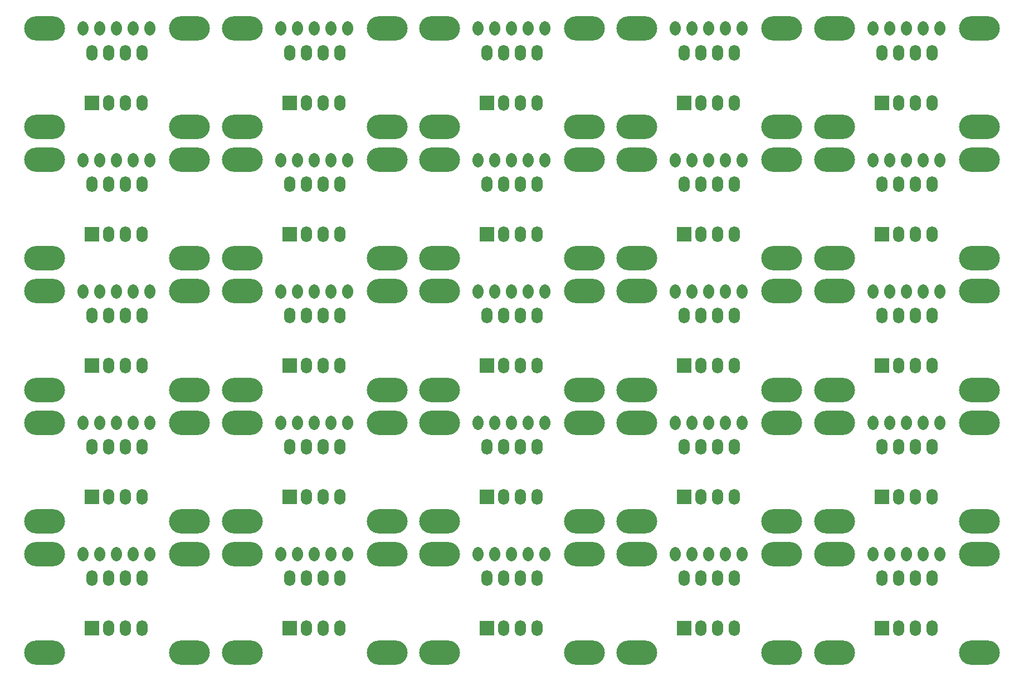
<source format=gbr>
G04 DipTrace 3.3.1.0*
G04 TopMask.gbr*
%MOIN*%
G04 #@! TF.FileFunction,Soldermask,Top*
G04 #@! TF.Part,Single*
%AMOUTLINE1*
4,1,20,
0.033492,0.0,
0.031934,-0.013115,
0.027369,-0.025062,
0.020111,-0.034739,
0.010696,-0.041135,
0.0,-0.043394,
-0.010696,-0.041135,
-0.020111,-0.034739,
-0.027369,-0.025062,
-0.031934,-0.013115,
-0.033492,0.0,
-0.031934,0.013115,
-0.027369,0.025062,
-0.020111,0.034739,
-0.010696,0.041135,
0.0,0.043394,
0.010696,0.041135,
0.020111,0.034739,
0.027369,0.025062,
0.031934,0.013115,
0.033492,0.0,
0*%
%ADD22O,0.244094X0.145669*%
%ADD24O,0.066929X0.094488*%
%ADD26R,0.086614X0.086614*%
%ADD32OUTLINE1*%
%FSLAX26Y26*%
G04*
G70*
G90*
G75*
G01*
G04 TopMask*
%LPD*%
D32*
X781201Y1081201D3*
X881201D3*
X981201D3*
X1081201D3*
X1181201D3*
D26*
X834252Y637402D3*
D24*
X934252D3*
X1034252D3*
X1134252D3*
Y937402D3*
X1034252D3*
X934252D3*
X834252D3*
D22*
X551181Y1082677D3*
X1417323D3*
X551181Y492126D3*
X1417323D3*
D32*
X1962303Y1081201D3*
X2062303D3*
X2162303D3*
X2262303D3*
X2362303D3*
D26*
X2015354Y637402D3*
D24*
X2115354D3*
X2215354D3*
X2315354D3*
Y937402D3*
X2215354D3*
X2115354D3*
X2015354D3*
D22*
X1732283Y1082677D3*
X2598425D3*
X1732283Y492126D3*
X2598425D3*
D32*
X3143406Y1081201D3*
X3243406D3*
X3343406D3*
X3443406D3*
X3543406D3*
D26*
X3196457Y637402D3*
D24*
X3296457D3*
X3396457D3*
X3496457D3*
Y937402D3*
X3396457D3*
X3296457D3*
X3196457D3*
D22*
X2913386Y1082677D3*
X3779528D3*
X2913386Y492126D3*
X3779528D3*
D32*
X4324508Y1081201D3*
X4424508D3*
X4524508D3*
X4624508D3*
X4724508D3*
D26*
X4377559Y637402D3*
D24*
X4477559D3*
X4577559D3*
X4677559D3*
Y937402D3*
X4577559D3*
X4477559D3*
X4377559D3*
D22*
X4094488Y1082677D3*
X4960630D3*
X4094488Y492126D3*
X4960630D3*
D32*
X5505610Y1081201D3*
X5605610D3*
X5705610D3*
X5805610D3*
X5905610D3*
D26*
X5558661Y637402D3*
D24*
X5658661D3*
X5758661D3*
X5858661D3*
Y937402D3*
X5758661D3*
X5658661D3*
X5558661D3*
D22*
X5275591Y1082677D3*
X6141732D3*
X5275591Y492126D3*
X6141732D3*
D32*
X781201Y1868602D3*
X881201D3*
X981201D3*
X1081201D3*
X1181201D3*
D26*
X834252Y1424803D3*
D24*
X934252D3*
X1034252D3*
X1134252D3*
Y1724803D3*
X1034252D3*
X934252D3*
X834252D3*
D22*
X551181Y1870079D3*
X1417323D3*
X551181Y1279528D3*
X1417323D3*
D32*
X1962303Y1868602D3*
X2062303D3*
X2162303D3*
X2262303D3*
X2362303D3*
D26*
X2015354Y1424803D3*
D24*
X2115354D3*
X2215354D3*
X2315354D3*
Y1724803D3*
X2215354D3*
X2115354D3*
X2015354D3*
D22*
X1732283Y1870079D3*
X2598425D3*
X1732283Y1279528D3*
X2598425D3*
D32*
X3143406Y1868602D3*
X3243406D3*
X3343406D3*
X3443406D3*
X3543406D3*
D26*
X3196457Y1424803D3*
D24*
X3296457D3*
X3396457D3*
X3496457D3*
Y1724803D3*
X3396457D3*
X3296457D3*
X3196457D3*
D22*
X2913386Y1870079D3*
X3779528D3*
X2913386Y1279528D3*
X3779528D3*
D32*
X4324508Y1868602D3*
X4424508D3*
X4524508D3*
X4624508D3*
X4724508D3*
D26*
X4377559Y1424803D3*
D24*
X4477559D3*
X4577559D3*
X4677559D3*
Y1724803D3*
X4577559D3*
X4477559D3*
X4377559D3*
D22*
X4094488Y1870079D3*
X4960630D3*
X4094488Y1279528D3*
X4960630D3*
D32*
X5505610Y1868602D3*
X5605610D3*
X5705610D3*
X5805610D3*
X5905610D3*
D26*
X5558661Y1424803D3*
D24*
X5658661D3*
X5758661D3*
X5858661D3*
Y1724803D3*
X5758661D3*
X5658661D3*
X5558661D3*
D22*
X5275591Y1870079D3*
X6141732D3*
X5275591Y1279528D3*
X6141732D3*
D32*
X781201Y2656004D3*
X881201D3*
X981201D3*
X1081201D3*
X1181201D3*
D26*
X834252Y2212205D3*
D24*
X934252D3*
X1034252D3*
X1134252D3*
Y2512205D3*
X1034252D3*
X934252D3*
X834252D3*
D22*
X551181Y2657480D3*
X1417323D3*
X551181Y2066929D3*
X1417323D3*
D32*
X1962303Y2656004D3*
X2062303D3*
X2162303D3*
X2262303D3*
X2362303D3*
D26*
X2015354Y2212205D3*
D24*
X2115354D3*
X2215354D3*
X2315354D3*
Y2512205D3*
X2215354D3*
X2115354D3*
X2015354D3*
D22*
X1732283Y2657480D3*
X2598425D3*
X1732283Y2066929D3*
X2598425D3*
D32*
X3143406Y2656004D3*
X3243406D3*
X3343406D3*
X3443406D3*
X3543406D3*
D26*
X3196457Y2212205D3*
D24*
X3296457D3*
X3396457D3*
X3496457D3*
Y2512205D3*
X3396457D3*
X3296457D3*
X3196457D3*
D22*
X2913386Y2657480D3*
X3779528D3*
X2913386Y2066929D3*
X3779528D3*
D32*
X4324508Y2656004D3*
X4424508D3*
X4524508D3*
X4624508D3*
X4724508D3*
D26*
X4377559Y2212205D3*
D24*
X4477559D3*
X4577559D3*
X4677559D3*
Y2512205D3*
X4577559D3*
X4477559D3*
X4377559D3*
D22*
X4094488Y2657480D3*
X4960630D3*
X4094488Y2066929D3*
X4960630D3*
D32*
X5505610Y2656004D3*
X5605610D3*
X5705610D3*
X5805610D3*
X5905610D3*
D26*
X5558661Y2212205D3*
D24*
X5658661D3*
X5758661D3*
X5858661D3*
Y2512205D3*
X5758661D3*
X5658661D3*
X5558661D3*
D22*
X5275591Y2657480D3*
X6141732D3*
X5275591Y2066929D3*
X6141732D3*
D32*
X781201Y3443406D3*
X881201D3*
X981201D3*
X1081201D3*
X1181201D3*
D26*
X834252Y2999606D3*
D24*
X934252D3*
X1034252D3*
X1134252D3*
Y3299606D3*
X1034252D3*
X934252D3*
X834252D3*
D22*
X551181Y3444882D3*
X1417323D3*
X551181Y2854331D3*
X1417323D3*
D32*
X1962303Y3443406D3*
X2062303D3*
X2162303D3*
X2262303D3*
X2362303D3*
D26*
X2015354Y2999606D3*
D24*
X2115354D3*
X2215354D3*
X2315354D3*
Y3299606D3*
X2215354D3*
X2115354D3*
X2015354D3*
D22*
X1732283Y3444882D3*
X2598425D3*
X1732283Y2854331D3*
X2598425D3*
D32*
X3143406Y3443406D3*
X3243406D3*
X3343406D3*
X3443406D3*
X3543406D3*
D26*
X3196457Y2999606D3*
D24*
X3296457D3*
X3396457D3*
X3496457D3*
Y3299606D3*
X3396457D3*
X3296457D3*
X3196457D3*
D22*
X2913386Y3444882D3*
X3779528D3*
X2913386Y2854331D3*
X3779528D3*
D32*
X4324508Y3443406D3*
X4424508D3*
X4524508D3*
X4624508D3*
X4724508D3*
D26*
X4377559Y2999606D3*
D24*
X4477559D3*
X4577559D3*
X4677559D3*
Y3299606D3*
X4577559D3*
X4477559D3*
X4377559D3*
D22*
X4094488Y3444882D3*
X4960630D3*
X4094488Y2854331D3*
X4960630D3*
D32*
X5505610Y3443406D3*
X5605610D3*
X5705610D3*
X5805610D3*
X5905610D3*
D26*
X5558661Y2999606D3*
D24*
X5658661D3*
X5758661D3*
X5858661D3*
Y3299606D3*
X5758661D3*
X5658661D3*
X5558661D3*
D22*
X5275591Y3444882D3*
X6141732D3*
X5275591Y2854331D3*
X6141732D3*
D32*
X781201Y4230807D3*
X881201D3*
X981201D3*
X1081201D3*
X1181201D3*
D26*
X834252Y3787008D3*
D24*
X934252D3*
X1034252D3*
X1134252D3*
Y4087008D3*
X1034252D3*
X934252D3*
X834252D3*
D22*
X551181Y4232283D3*
X1417323D3*
X551181Y3641732D3*
X1417323D3*
D32*
X1962303Y4230807D3*
X2062303D3*
X2162303D3*
X2262303D3*
X2362303D3*
D26*
X2015354Y3787008D3*
D24*
X2115354D3*
X2215354D3*
X2315354D3*
Y4087008D3*
X2215354D3*
X2115354D3*
X2015354D3*
D22*
X1732283Y4232283D3*
X2598425D3*
X1732283Y3641732D3*
X2598425D3*
D32*
X3143406Y4230807D3*
X3243406D3*
X3343406D3*
X3443406D3*
X3543406D3*
D26*
X3196457Y3787008D3*
D24*
X3296457D3*
X3396457D3*
X3496457D3*
Y4087008D3*
X3396457D3*
X3296457D3*
X3196457D3*
D22*
X2913386Y4232283D3*
X3779528D3*
X2913386Y3641732D3*
X3779528D3*
D32*
X4324508Y4230807D3*
X4424508D3*
X4524508D3*
X4624508D3*
X4724508D3*
D26*
X4377559Y3787008D3*
D24*
X4477559D3*
X4577559D3*
X4677559D3*
Y4087008D3*
X4577559D3*
X4477559D3*
X4377559D3*
D22*
X4094488Y4232283D3*
X4960630D3*
X4094488Y3641732D3*
X4960630D3*
D32*
X5505610Y4230807D3*
X5605610D3*
X5705610D3*
X5805610D3*
X5905610D3*
D26*
X5558661Y3787008D3*
D24*
X5658661D3*
X5758661D3*
X5858661D3*
Y4087008D3*
X5758661D3*
X5658661D3*
X5558661D3*
D22*
X5275591Y4232283D3*
X6141732D3*
X5275591Y3641732D3*
X6141732D3*
M02*

</source>
